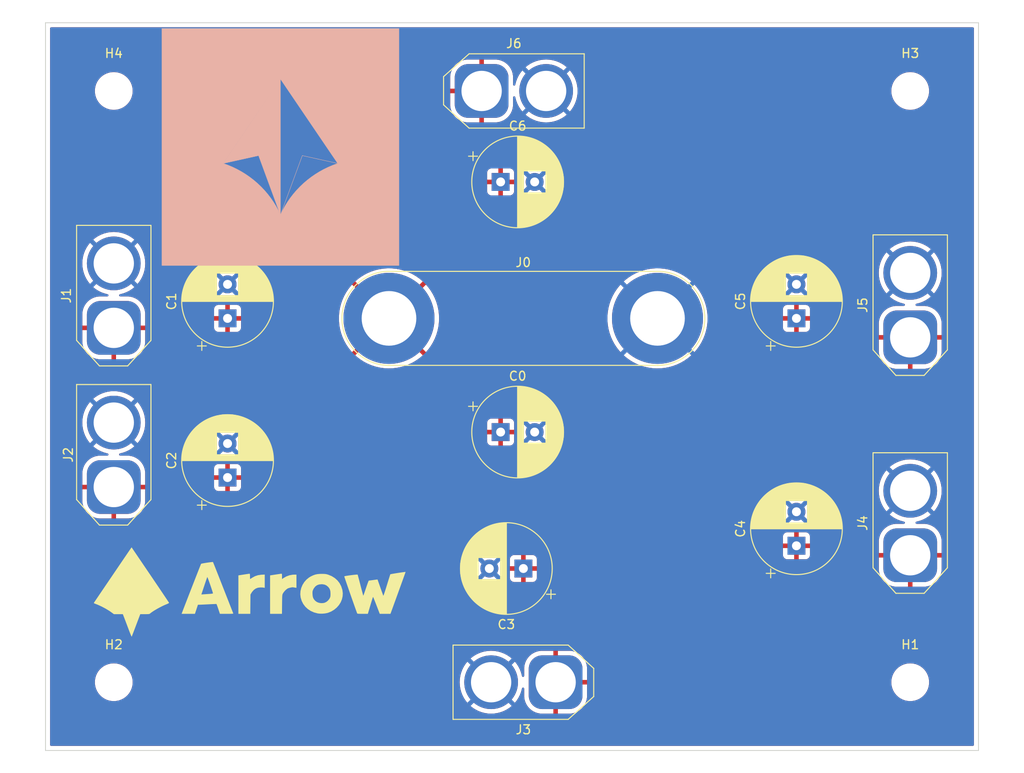
<source format=kicad_pcb>
(kicad_pcb (version 20211014) (generator pcbnew)
  (title_block (title "Power Distribution Board") (date "2022-11-30") (rev "V1") (company "ArrowAir") (comment 1 "by 21stCenturyCOTYK"))
  (layers (0 "F.Cu" signal) (31 "B.Cu" signal) (34 "B.Paste" user) (35 "F.Paste" user) (36 "B.SilkS" user "B.Silkscreen") (37 "F.SilkS" user "F.Silkscreen") (38 "B.Mask" user) (39 "F.Mask" user) (44 "Edge.Cuts" user))
  (net 0 "")
  (net 1 "VCC")
  (net 2 "GND")
  (footprint "MountingHole:MountingHole_3.2mm_M3" (layer "F.Cu") (at 144.78 25.4)
    (fp_text reference "H3" (at 0 -4.2) (layer "F.SilkS"))
    (fp_text value "MountingHole")
    (pad "" np_thru_hole circle (at 0 0) (size 3.2 3.2) (drill 3.2) (layers *.Cu *.Mask))
  )
  (footprint "Capacitor_THT:CP_Radial_D10.0mm_P3.80mm" (layer "F.Cu") (at 132.08 50.8 90)
    (fp_text reference "C5" (at 1.9 -6.25 90) (layer "F.SilkS"))
    (fp_text value "333uF")
    (pad "1" thru_hole rect (at 0 0 90) (size 2 2) (drill 1) (layers *.Cu *.Mask) (net 1 "VCC"))
    (pad "2" thru_hole circle (at 3.8 0 90) (size 2 2) (drill 1) (layers *.Cu *.Mask) (net 2 "GND"))
  )
  (footprint "Connector_AMASS:AMASS_XT60-M_1x02_P7.20mm_Vertical" (layer "F.Cu") (at 144.78 77.26 90)
    (fp_text reference "J4" (at 3.6 -5.3 90) (layer "F.SilkS"))
    (fp_text value "O4")
    (pad "1" thru_hole roundrect (at 0 0 90) (size 6 6) (drill 4.5) (layers *.Cu *.Mask) (net 1 "VCC"))
    (pad "2" thru_hole circle (at 7.2 0 90) (size 6 6) (drill 4.5) (layers *.Cu *.Mask) (net 2 "GND"))
  )
  (footprint "MountingHole:MountingHole_3.2mm_M3" (layer "F.Cu") (at 144.78 91.44)
    (fp_text reference "H1" (at 0 -4.2) (layer "F.SilkS"))
    (fp_text value "MountingHole")
    (pad "" np_thru_hole circle (at 0 0) (size 3.2 3.2) (drill 3.2) (layers *.Cu *.Mask))
  )
  (footprint "Connector_AMASS:AMASS_XT60-M_1x02_P7.20mm_Vertical" (layer "F.Cu") (at 55.88 51.86 90)
    (fp_text reference "J1" (at 3.6 -5.3 90) (layer "F.SilkS"))
    (fp_text value "O1")
    (pad "1" thru_hole roundrect (at 0 0 90) (size 6 6) (drill 4.5) (layers *.Cu *.Mask) (net 1 "VCC"))
    (pad "2" thru_hole circle (at 7.2 0 90) (size 6 6) (drill 4.5) (layers *.Cu *.Mask) (net 2 "GND"))
  )
  (footprint "Power Distribution Board A:ArrowLogoFull" (layer "F.Cu") (at 71.12 81.28)
    (fp_text reference "G***" hide)
    (fp_text value "LOGO" hide)
  )
  (footprint "Connector:Banana_Jack_2Pin" (layer "F.Cu") (at 86.6 50.8)
    (fp_text reference "J0" (at 14.985 -6.24) (layer "F.SilkS"))
    (fp_text value "Battery Input")
    (pad "1" thru_hole circle (at 0 0) (size 10.16 10.16) (drill 6.1) (layers *.Cu *.Mask) (net 1 "VCC"))
    (pad "2" thru_hole circle (at 29.97 0) (size 10.16 10.16) (drill 6.1) (layers *.Cu *.Mask) (net 2 "GND"))
  )
  (footprint "Connector_AMASS:AMASS_XT60-M_1x02_P7.20mm_Vertical" (layer "F.Cu") (at 144.78 52.92 90)
    (fp_text reference "J5" (at 3.6 -5.3 90) (layer "F.SilkS"))
    (fp_text value "O5")
    (pad "1" thru_hole roundrect (at 0 0 90) (size 6 6) (drill 4.5) (layers *.Cu *.Mask) (net 1 "VCC"))
    (pad "2" thru_hole circle (at 7.2 0 90) (size 6 6) (drill 4.5) (layers *.Cu *.Mask) (net 2 "GND"))
  )
  (footprint "MountingHole:MountingHole_3.2mm_M3" (layer "F.Cu") (at 55.88 25.4)
    (fp_text reference "H4" (at 0 -4.2) (layer "F.SilkS"))
    (fp_text value "MountingHole")
    (pad "" np_thru_hole circle (at 0 0) (size 3.2 3.2) (drill 3.2) (layers *.Cu *.Mask))
  )
  (footprint "Connector_AMASS:AMASS_XT60-M_1x02_P7.20mm_Vertical" (layer "F.Cu") (at 55.88 69.64 90)
    (fp_text reference "J2" (at 3.6 -5.08 90) (layer "F.SilkS"))
    (fp_text value "O2")
    (pad "1" thru_hole roundrect (at 0 0 90) (size 6 6) (drill 4.5) (layers *.Cu *.Mask) (net 1 "VCC"))
    (pad "2" thru_hole circle (at 7.2 0 90) (size 6 6) (drill 4.5) (layers *.Cu *.Mask) (net 2 "GND"))
  )
  (footprint "Capacitor_THT:CP_Radial_D10.0mm_P3.80mm" (layer "F.Cu") (at 68.58 50.8 90)
    (fp_text reference "C1" (at 1.9 -6.25 90) (layer "F.SilkS"))
    (fp_text value "333uF")
    (pad "1" thru_hole rect (at 0 0 90) (size 2 2) (drill 1) (layers *.Cu *.Mask) (net 1 "VCC"))
    (pad "2" thru_hole circle (at 3.8 0 90) (size 2 2) (drill 1) (layers *.Cu *.Mask) (net 2 "GND"))
  )
  (footprint "Capacitor_THT:CP_Radial_D10.0mm_P3.80mm" (layer "F.Cu") (at 99.06 63.5)
    (fp_text reference "C0" (at 1.9 -6.25) (layer "F.SilkS"))
    (fp_text value "1000uF")
    (pad "1" thru_hole rect (at 0 0) (size 2 2) (drill 1) (layers *.Cu *.Mask) (net 1 "VCC"))
    (pad "2" thru_hole circle (at 3.8 0) (size 2 2) (drill 1) (layers *.Cu *.Mask) (net 2 "GND"))
  )
  (footprint "Connector_AMASS:AMASS_XT60-M_1x02_P7.20mm_Vertical" (layer "F.Cu") (at 96.94 25.4)
    (fp_text reference "J6" (at 3.6 -5.3 180) (layer "F.SilkS"))
    (fp_text value "O6")
    (pad "1" thru_hole roundrect (at 0 0) (size 6 6) (drill 4.5) (layers *.Cu *.Mask) (net 1 "VCC"))
    (pad "2" thru_hole circle (at 7.2 0) (size 6 6) (drill 4.5) (layers *.Cu *.Mask) (net 2 "GND"))
  )
  (footprint "Capacitor_THT:CP_Radial_D10.0mm_P3.80mm" (layer "F.Cu") (at 68.58 68.58 90)
    (fp_text reference "C2" (at 1.9 -6.25 90) (layer "F.SilkS"))
    (fp_text value "333uF")
    (pad "1" thru_hole rect (at 0 0 90) (size 2 2) (drill 1) (layers *.Cu *.Mask) (net 1 "VCC"))
    (pad "2" thru_hole circle (at 3.8 0 90) (size 2 2) (drill 1) (layers *.Cu *.Mask) (net 2 "GND"))
  )
  (footprint "Capacitor_THT:CP_Radial_D10.0mm_P3.80mm" (layer "F.Cu") (at 101.6 78.74 180)
    (fp_text reference "C3" (at 1.9 -6.25) (layer "F.SilkS"))
    (fp_text value "333uF")
    (pad "1" thru_hole rect (at 0 0 180) (size 2 2) (drill 1) (layers *.Cu *.Mask) (net 1 "VCC"))
    (pad "2" thru_hole circle (at 3.8 0 180) (size 2 2) (drill 1) (layers *.Cu *.Mask) (net 2 "GND"))
  )
  (footprint "Capacitor_THT:CP_Radial_D10.0mm_P3.80mm" (layer "F.Cu") (at 132.08 76.2 90)
    (fp_text reference "C4" (at 1.9 -6.25 90) (layer "F.SilkS"))
    (fp_text value "333uF")
    (pad "1" thru_hole rect (at 0 0 90) (size 2 2) (drill 1) (layers *.Cu *.Mask) (net 1 "VCC"))
    (pad "2" thru_hole circle (at 3.8 0 90) (size 2 2) (drill 1) (layers *.Cu *.Mask) (net 2 "GND"))
  )
  (footprint "MountingHole:MountingHole_3.2mm_M3" (layer "F.Cu") (at 55.88 91.44)
    (fp_text reference "H2" (at 0 -4.2) (layer "F.SilkS"))
    (fp_text value "MountingHole")
    (pad "" np_thru_hole circle (at 0 0) (size 3.2 3.2) (drill 3.2) (layers *.Cu *.Mask))
  )
  (footprint "Capacitor_THT:CP_Radial_D10.0mm_P3.80mm" (layer "F.Cu") (at 99.06 35.56)
    (fp_text reference "C6" (at 1.9 -6.25) (layer "F.SilkS"))
    (fp_text value "333uF")
    (pad "1" thru_hole rect (at 0 0) (size 2 2) (drill 1) (layers *.Cu *.Mask) (net 1 "VCC"))
    (pad "2" thru_hole circle (at 3.8 0) (size 2 2) (drill 1) (layers *.Cu *.Mask) (net 2 "GND"))
  )
  (footprint "Connector_AMASS:AMASS_XT60-M_1x02_P7.20mm_Vertical" (layer "F.Cu") (at 105.2 91.44 180)
    (fp_text reference "J3" (at 3.6 -5.3) (layer "F.SilkS"))
    (fp_text value "O3")
    (pad "1" thru_hole roundrect (at 0 0 180) (size 6 6) (drill 4.5) (layers *.Cu *.Mask) (net 1 "VCC"))
    (pad "2" thru_hole circle (at 7.2 0 180) (size 6 6) (drill 4.5) (layers *.Cu *.Mask) (net 2 "GND"))
  )
  (gr_poly (pts (xy 78.74 33.02) (xy 76.9241 32.618302) (xy 76.92432 32.617704)) (layer "B.SilkS") (width 0.04) (fill solid))
  (gr_poly (pts (xy 87.714028 44.888019) (xy 61.255695 44.888019) (xy 61.255695 39.252394) (xy 74.483754 39.252394) (xy 74.483763 39.252733) (xy 74.48379 39.25307) (xy 74.483835 39.253407) (xy 74.483898 39.253741) (xy 74.483979 39.254072) (xy 74.484079 39.2544) (xy 74.484196 39.254723) (xy 74.484332 39.25504) (xy 74.484332 39.250279) (xy 74.487988 39.250279) (xy 74.487997 39.250618) (xy 74.488024 39.250955) (xy 74.488069 39.251292) (xy 74.488133 39.251626) (xy 74.488214 39.251957) (xy 74.488313 39.252285) (xy 74.488431 39.252608) (xy 74.488566 39.252926) (xy 74.488732 39.252614) (xy 74.488876 39.252295) (xy 74.488998 39.251969) (xy 74.489097 39.251638) (xy 74.489175 39.251302) (xy 74.48923 39.250963) (xy 74.489263 39.250622) (xy 74.489274 39.25028) (xy 74.489263 39.249937) (xy 74.48923 39.249596) (xy 74.489175 39.249257) (xy 74.489097 39.248922) (xy 74.488998 39.24859) (xy 74.488876 39.248265) (xy 74.488732 39.247945) (xy 74.488566 39.247634) (xy 74.488566 39.247632) (xy 74.488431 39.24795) (xy 74.488313 39.248273) (xy 74.488214 39.248601) (xy 74.488133 39.248932) (xy 74.488069 39.249266) (xy 74.488024 39.249602) (xy 74.487997 39.24994) (xy 74.487988 39.250279) (xy 74.484332 39.250279) (xy 74.484332 39.24975) (xy 74.484196 39.250068) (xy 74.484079 39.25039) (xy 74.483979 39.250717) (xy 74.483898 39.251048) (xy 74.483835 39.251382) (xy 74.48379 39.251718) (xy 74.483763 39.252056) (xy 74.483754 39.252394) (xy 61.255695 39.252394) (xy 61.255695 33.494004) (xy 68.087766 33.494004) (xy 68.090149 33.493476) (xy 68.093587 33.493476) (xy 68.624639 33.685502) (xy 69.142101 33.903657) (xy 69.64513 34.147129) (xy 70.132888 34.41511) (xy 70.604531 34.706788) (xy 71.05922 35.021354) (xy 71.496112 35.357997) (xy 71.914368 35.715909) (xy 72.313146 36.094278) (xy 72.691606 36.492294) (xy 73.048905 36.909148) (xy 73.384203 37.34403) (xy 73.696659 37.79613) (xy 73.985433 38.264636) (xy 74.249682 38.748741) (xy 74.453379 39.174146) (xy 74.481158 39.24975) (xy 74.484332 39.24975) (xy 74.484332 39.238789) (xy 74.486612 39.243551) (xy 74.48451 39.249266) (xy 74.486612 39.243552) (xy 74.488566 39.247632) (xy 74.495445 39.229111) (xy 74.734472 38.732253) (xy 74.998754 38.25008) (xy 75.287454 37.783399) (xy 75.599733 37.333017) (xy 75.934751 36.899741) (xy 76.29167 36.484378) (xy 76.669651 36.087734) (xy 77.067856 35.710617) (xy 77.485446 35.353834) (xy 77.921582 35.018192) (xy 78.375425 34.704496) (xy 78.846137 34.413556) (xy 79.332879 34.146176) (xy 79.834812 33.903165) (xy 80.351099 33.68533) (xy 80.880898 33.493476) (xy 78.103831 29.401429) (xy 80.880369 33.493476) (xy 80.878703 33.493107) (xy 78.103303 29.401958) (xy 74.484332 24.063196) (xy 74.484332 39.238789) (xy 74.453379 39.174146) (xy 72.044344 32.617704) (xy 68.094195 33.49258) (xy 68.093587 33.493476) (xy 68.090149 33.493476) (xy 68.094195 33.49258) (xy 70.870654 29.403017) (xy 74.280846 24.363382) (xy 74.484332 24.063196) (xy 74.484332 24.062667) (xy 74.280846 24.363382) (xy 70.865361 29.401957) (xy 68.087766 33.494004) (xy 61.255695 33.494004) (xy 61.255695 18.429688) (xy 87.714028 18.429688)) (layer "B.SilkS") (width 0.04) (fill solid))
  (gr_poly (pts (xy 80.878703 33.493107) (xy 80.879312 33.494004) (xy 78.74 33.02)) (layer "B.SilkS") (width 0.04) (fill solid))
  (gr_poly (pts (xy 76.9241 32.618302) (xy 74.486612 39.243552) (xy 74.486612 39.243551) (xy 76.923791 32.618233)) (layer "B.SilkS") (width 0.04) (fill solid))
  (gr_line (start 48.26 99.06) (end 152.4 99.06) (layer "Edge.Cuts") (width 0.1))
  (gr_line (start 152.4 17.78) (end 48.26 17.78) (layer "Edge.Cuts") (width 0.1))
  (gr_line (start 48.26 17.78) (end 48.26 99.06) (layer "Edge.Cuts") (width 0.1))
  (gr_line (start 152.4 99.06) (end 152.4 17.78) (layer "Edge.Cuts") (width 0.1))
  (zone (net 1) (net_name "VCC") (layer "F.Cu") (connect_pads (clearance 0.508)) (min_thickness 0.254) (fill yes (thermal_gap 0.508) (thermal_bridge_width 0.508) (smoothing fillet))
    (polygon (pts (xy 157.48 101.6) (xy 43.18 101.6) (xy 43.18 15.24) (xy 157.48 15.24)))
  )
  (zone (net 2) (net_name "GND") (layer "B.Cu") (connect_pads (clearance 0.508)) (min_thickness 0.254) (fill yes (thermal_gap 0.508) (thermal_bridge_width 0.508) (smoothing fillet))
    (polygon (pts (xy 157.48 101.6) (xy 43.18 101.6) (xy 43.18 15.24) (xy 157.48 15.24)))
  )
)
</source>
